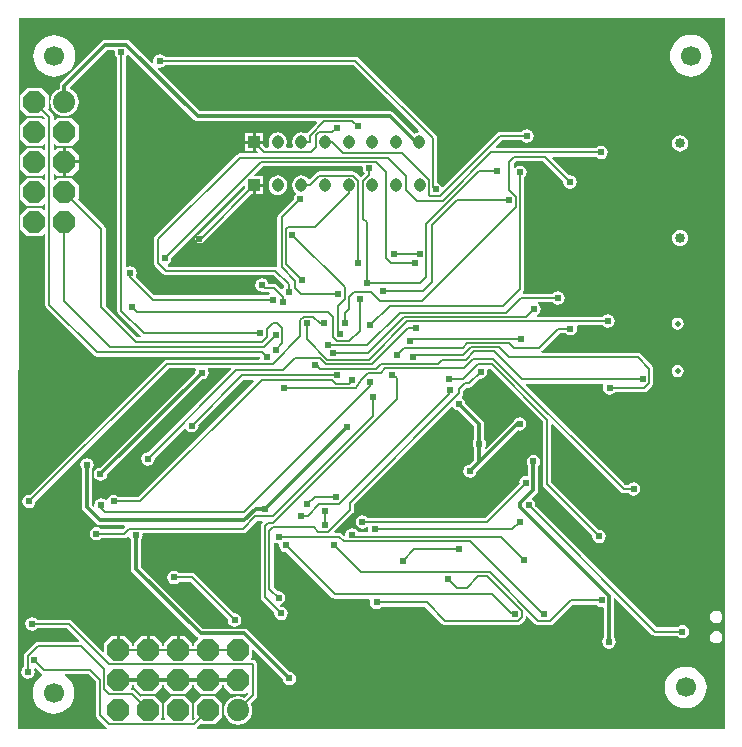
<source format=gbl>
G04*
G04 #@! TF.GenerationSoftware,Altium Limited,Altium Designer,20.2.6 (244)*
G04*
G04 Layer_Physical_Order=2*
G04 Layer_Color=16711680*
%FSLAX24Y24*%
%MOIN*%
G70*
G04*
G04 #@! TF.SameCoordinates,51859F98-D9B2-4489-9200-0AB67A10A6FC*
G04*
G04*
G04 #@! TF.FilePolarity,Positive*
G04*
G01*
G75*
%ADD15C,0.0080*%
%ADD95C,0.0197*%
%ADD96C,0.0240*%
%ADD97C,0.0120*%
%ADD98O,0.0400X0.0450*%
%ADD99R,0.0400X0.0400*%
%ADD100C,0.0740*%
%ADD101P,0.0801X8X292.5*%
%ADD102P,0.0801X8X202.5*%
%ADD103C,0.0335*%
%ADD104C,0.0669*%
G36*
X31773Y34155D02*
X31752Y34105D01*
X31694Y34097D01*
X31621Y34067D01*
X31611Y34060D01*
X30915Y34755D01*
X30862Y34791D01*
X30800Y34803D01*
X24448D01*
X23028Y36222D01*
X23030Y36233D01*
X23086Y36272D01*
X23120Y36266D01*
X23206Y36283D01*
X23279Y36331D01*
X23289Y36347D01*
X29581D01*
X31773Y34155D01*
D02*
G37*
G36*
X24265Y34525D02*
X24318Y34489D01*
X24380Y34477D01*
X28334D01*
X28353Y34431D01*
X28009Y34086D01*
X27997Y34069D01*
X27986Y34067D01*
X27914Y34097D01*
X27835Y34108D01*
X27757Y34097D01*
X27684Y34067D01*
X27621Y34019D01*
X27573Y33956D01*
X27543Y33883D01*
X27533Y33805D01*
Y33755D01*
X27543Y33677D01*
X27557Y33643D01*
X27524Y33593D01*
X27359D01*
X27326Y33643D01*
X27340Y33677D01*
X27350Y33755D01*
Y33805D01*
X27340Y33883D01*
X27310Y33956D01*
X27262Y34019D01*
X27199Y34067D01*
X27126Y34097D01*
X27048Y34108D01*
X26969Y34097D01*
X26897Y34067D01*
X26834Y34019D01*
X26786Y33956D01*
X26756Y33883D01*
X26745Y33805D01*
Y33755D01*
X26756Y33677D01*
X26770Y33643D01*
X26736Y33593D01*
X26650D01*
X26560Y33682D01*
Y33730D01*
X26310D01*
Y33480D01*
X26355D01*
X26381Y33448D01*
X26361Y33403D01*
X25780D01*
X25780Y33403D01*
X25725Y33392D01*
X25679Y33361D01*
X25679Y33361D01*
X22959Y30641D01*
X22928Y30595D01*
X22917Y30540D01*
X22917Y30540D01*
Y29760D01*
X22917Y29760D01*
X22928Y29705D01*
X22959Y29659D01*
X23239Y29379D01*
X23239Y29379D01*
X23285Y29348D01*
X23340Y29337D01*
X23340Y29337D01*
X26911D01*
X27251Y28997D01*
X27251Y28943D01*
X27218Y28893D01*
X27158Y28882D01*
X27025Y29015D01*
X26979Y29046D01*
X26924Y29057D01*
X26924Y29057D01*
X26745D01*
X26737Y29096D01*
X26689Y29169D01*
X26616Y29217D01*
X26530Y29234D01*
X26444Y29217D01*
X26371Y29169D01*
X26323Y29096D01*
X26306Y29010D01*
X26323Y28924D01*
X26371Y28851D01*
X26444Y28803D01*
X26530Y28786D01*
X26558Y28791D01*
X26571Y28783D01*
X26625Y28772D01*
X26625Y28772D01*
X26766D01*
X26781Y28722D01*
X26731Y28689D01*
X26721Y28673D01*
X22939D01*
X22313Y29298D01*
X22337Y29334D01*
X22354Y29420D01*
X22337Y29506D01*
X22289Y29579D01*
X22216Y29627D01*
X22130Y29644D01*
X22044Y29627D01*
X22027Y29616D01*
X21983Y29639D01*
Y36611D01*
X21999Y36621D01*
X22038Y36680D01*
X22094Y36695D01*
X24265Y34525D01*
D02*
G37*
G36*
X18470Y37930D02*
X41950D01*
Y14250D01*
X41933Y14210D01*
X24363D01*
X24347Y14260D01*
X24361Y14269D01*
X24478Y14387D01*
X24495Y14370D01*
X24965D01*
X25200Y14605D01*
Y15075D01*
X24965Y15310D01*
X24495D01*
X24260Y15075D01*
Y14605D01*
X24277Y14588D01*
X24219Y14531D01*
X24200Y14534D01*
X24182Y14587D01*
X24200Y14605D01*
Y15075D01*
X23965Y15310D01*
X23495D01*
X23260Y15075D01*
Y14605D01*
X23306Y14559D01*
X23287Y14513D01*
X23173D01*
X23154Y14559D01*
X23200Y14605D01*
Y15075D01*
X22965Y15310D01*
X22495D01*
X22478Y15293D01*
X22301Y15471D01*
X22255Y15502D01*
X22200Y15513D01*
X22200Y15513D01*
X22173D01*
X22154Y15559D01*
X22200Y15605D01*
Y15677D01*
X22260D01*
Y15605D01*
X22495Y15370D01*
X22965D01*
X23200Y15605D01*
Y15677D01*
X23260D01*
Y15605D01*
X23495Y15370D01*
X23965D01*
X24200Y15605D01*
Y15677D01*
X24260D01*
Y15605D01*
X24495Y15370D01*
X24965D01*
X25200Y15605D01*
Y15677D01*
X25260D01*
Y15605D01*
X25495Y15370D01*
X25965D01*
X26013Y15418D01*
X26066Y15400D01*
X26069Y15381D01*
X25947Y15259D01*
X25853Y15298D01*
X25730Y15314D01*
X25607Y15298D01*
X25493Y15251D01*
X25395Y15175D01*
X25319Y15077D01*
X25272Y14963D01*
X25256Y14840D01*
X25272Y14717D01*
X25319Y14603D01*
X25395Y14505D01*
X25493Y14429D01*
X25607Y14382D01*
X25730Y14366D01*
X25853Y14382D01*
X25967Y14429D01*
X26065Y14505D01*
X26141Y14603D01*
X26188Y14717D01*
X26204Y14840D01*
X26188Y14963D01*
X26149Y15057D01*
X26331Y15239D01*
X26331Y15239D01*
X26362Y15285D01*
X26373Y15340D01*
X26373Y15340D01*
Y16350D01*
X26362Y16405D01*
X26331Y16451D01*
X26331Y16451D01*
X26311Y16471D01*
X26265Y16502D01*
X26210Y16513D01*
X26210Y16513D01*
X26173D01*
X26154Y16559D01*
X26200Y16605D01*
Y16844D01*
X26246Y16863D01*
X27217Y15892D01*
X27233Y15814D01*
X27281Y15741D01*
X27354Y15693D01*
X27440Y15676D01*
X27526Y15693D01*
X27599Y15741D01*
X27647Y15814D01*
X27664Y15900D01*
X27647Y15986D01*
X27599Y16059D01*
X27526Y16107D01*
X27448Y16123D01*
X26055Y17515D01*
X26002Y17551D01*
X25940Y17563D01*
X24548D01*
X22483Y19628D01*
Y20518D01*
X22527Y20584D01*
X22544Y20670D01*
X22535Y20717D01*
X22567Y20755D01*
X25888D01*
X25888Y20755D01*
X25943Y20766D01*
X25989Y20797D01*
X26354Y21162D01*
X26535D01*
X26554Y21116D01*
X26529Y21091D01*
X26498Y21045D01*
X26487Y20990D01*
X26487Y20990D01*
Y18603D01*
X26487Y18603D01*
X26498Y18548D01*
X26529Y18502D01*
X26939Y18092D01*
X26936Y18073D01*
X26953Y17987D01*
X27001Y17914D01*
X27074Y17866D01*
X27160Y17849D01*
X27246Y17866D01*
X27319Y17914D01*
X27367Y17987D01*
X27384Y18073D01*
X27367Y18159D01*
X27319Y18232D01*
X27246Y18280D01*
X27160Y18297D01*
X27158Y18297D01*
X27130Y18326D01*
X27146Y18376D01*
X27166Y18380D01*
X27239Y18428D01*
X27287Y18501D01*
X27304Y18587D01*
X27287Y18673D01*
X27239Y18746D01*
X27166Y18794D01*
X27080Y18811D01*
X27061Y18807D01*
X26913Y18956D01*
Y20413D01*
X26963Y20440D01*
X27007Y20410D01*
X27057Y20400D01*
X27097Y20347D01*
X27096Y20340D01*
X27113Y20254D01*
X27161Y20181D01*
X27234Y20133D01*
X27320Y20116D01*
X27339Y20119D01*
X28859Y18599D01*
X28859Y18599D01*
X28905Y18568D01*
X28960Y18557D01*
X30102D01*
X30133Y18507D01*
X30119Y18440D01*
X30136Y18354D01*
X30185Y18281D01*
X30258Y18233D01*
X30344Y18216D01*
X30430Y18233D01*
X30502Y18281D01*
X30513Y18297D01*
X31971D01*
X32539Y17729D01*
X32539Y17729D01*
X32585Y17698D01*
X32640Y17687D01*
X35051D01*
X35051Y17687D01*
X35106Y17698D01*
X35152Y17729D01*
X35281Y17858D01*
X35281Y17858D01*
X35312Y17904D01*
X35323Y17959D01*
Y17980D01*
X35369Y17999D01*
X35639Y17729D01*
X35639Y17729D01*
X35685Y17698D01*
X35740Y17687D01*
X35740Y17687D01*
X36140D01*
X36140Y17687D01*
X36195Y17698D01*
X36241Y17729D01*
X36869Y18357D01*
X37681D01*
X37691Y18341D01*
X37764Y18293D01*
X37850Y18276D01*
X37888Y18283D01*
X37927Y18252D01*
Y17272D01*
X37883Y17206D01*
X37866Y17120D01*
X37883Y17034D01*
X37931Y16961D01*
X38004Y16913D01*
X38090Y16896D01*
X38176Y16913D01*
X38249Y16961D01*
X38297Y17034D01*
X38314Y17120D01*
X38297Y17206D01*
X38253Y17272D01*
Y18570D01*
X38299Y18589D01*
X39523Y17365D01*
X39523Y17365D01*
X39569Y17334D01*
X39624Y17323D01*
X39624Y17323D01*
X40371D01*
X40381Y17308D01*
X40454Y17259D01*
X40540Y17242D01*
X40626Y17259D01*
X40699Y17308D01*
X40747Y17380D01*
X40764Y17466D01*
X40747Y17552D01*
X40699Y17625D01*
X40626Y17673D01*
X40540Y17691D01*
X40454Y17673D01*
X40381Y17625D01*
X40371Y17609D01*
X39683D01*
X35631Y21661D01*
X35634Y21680D01*
X35617Y21766D01*
X35569Y21839D01*
X35530Y21865D01*
X35525Y21914D01*
X35685Y22075D01*
X35721Y22128D01*
X35733Y22190D01*
Y22988D01*
X35777Y23054D01*
X35794Y23140D01*
X35777Y23226D01*
X35729Y23299D01*
X35656Y23347D01*
X35570Y23364D01*
X35484Y23347D01*
X35411Y23299D01*
X35363Y23226D01*
X35346Y23140D01*
X35363Y23054D01*
X35407Y22988D01*
Y22678D01*
X35368Y22647D01*
X35330Y22654D01*
X35244Y22637D01*
X35171Y22589D01*
X35123Y22516D01*
X35106Y22430D01*
X35109Y22411D01*
X33961Y21263D01*
X30037D01*
X30027Y21279D01*
X29954Y21327D01*
X29868Y21344D01*
X29782Y21327D01*
X29710Y21279D01*
X29661Y21206D01*
X29644Y21120D01*
X29661Y21034D01*
X29710Y20961D01*
X29782Y20913D01*
X29868Y20896D01*
X29954Y20913D01*
X30013Y20952D01*
X30061Y20935D01*
X30065Y20927D01*
X30056Y20880D01*
X30067Y20824D01*
X30030Y20774D01*
X29736D01*
X29736Y20776D01*
X29687Y20849D01*
X29614Y20897D01*
X29528Y20914D01*
X29443Y20897D01*
X29370Y20849D01*
X29321Y20776D01*
X29304Y20690D01*
X29306Y20681D01*
X29260Y20657D01*
X29198Y20718D01*
X29152Y20749D01*
X29097Y20760D01*
X29097Y20760D01*
X28959D01*
X28940Y20806D01*
X29552Y21418D01*
X29552Y21418D01*
X29582Y21464D01*
X29593Y21519D01*
X29593Y21519D01*
Y21705D01*
X32832Y24943D01*
X32896Y24937D01*
X32920Y24901D01*
X32993Y24853D01*
X33071Y24837D01*
X33607Y24301D01*
Y23882D01*
X33563Y23816D01*
X33546Y23730D01*
X33563Y23644D01*
X33607Y23578D01*
Y23188D01*
X33452Y23033D01*
X33374Y23017D01*
X33301Y22969D01*
X33253Y22896D01*
X33236Y22810D01*
X33253Y22724D01*
X33301Y22651D01*
X33374Y22603D01*
X33460Y22586D01*
X33546Y22603D01*
X33619Y22651D01*
X33667Y22724D01*
X33683Y22802D01*
X33885Y23005D01*
X35057Y24176D01*
X35110Y24166D01*
X35196Y24183D01*
X35269Y24231D01*
X35317Y24304D01*
X35334Y24390D01*
X35317Y24476D01*
X35269Y24549D01*
X35196Y24597D01*
X35110Y24614D01*
X35024Y24597D01*
X34951Y24549D01*
X34918Y24499D01*
X33985Y23566D01*
X33946Y23597D01*
X33977Y23644D01*
X33994Y23730D01*
X33977Y23816D01*
X33933Y23882D01*
Y24369D01*
X33921Y24431D01*
X33885Y24484D01*
X33302Y25068D01*
X33286Y25146D01*
X33237Y25219D01*
X33202Y25242D01*
X33196Y25307D01*
X33198Y25309D01*
X33198Y25309D01*
X33229Y25356D01*
X33240Y25410D01*
X33240Y25410D01*
Y25493D01*
X33339Y25592D01*
X33422D01*
X33422Y25592D01*
X33477Y25603D01*
X33523Y25634D01*
X33791Y25903D01*
X33810Y25899D01*
X33896Y25916D01*
X33969Y25965D01*
X34017Y26037D01*
X34034Y26123D01*
X34024Y26177D01*
X34061Y26227D01*
X34131D01*
X35887Y24471D01*
Y22370D01*
X35887Y22370D01*
X35898Y22315D01*
X35929Y22269D01*
X37539Y20659D01*
X37536Y20640D01*
X37553Y20554D01*
X37601Y20481D01*
X37674Y20433D01*
X37760Y20416D01*
X37846Y20433D01*
X37919Y20481D01*
X37967Y20554D01*
X37984Y20640D01*
X37967Y20726D01*
X37919Y20799D01*
X37846Y20847D01*
X37760Y20864D01*
X37741Y20861D01*
X36173Y22429D01*
Y24360D01*
X36219Y24379D01*
X38479Y22119D01*
X38479Y22119D01*
X38525Y22088D01*
X38580Y22077D01*
X38580Y22077D01*
X38741D01*
X38751Y22061D01*
X38824Y22013D01*
X38910Y21996D01*
X38996Y22013D01*
X39069Y22061D01*
X39117Y22134D01*
X39134Y22220D01*
X39117Y22306D01*
X39069Y22379D01*
X38996Y22427D01*
X38910Y22444D01*
X38824Y22427D01*
X38751Y22379D01*
X38741Y22363D01*
X38639D01*
X35321Y25681D01*
X35340Y25727D01*
X37884D01*
X37908Y25683D01*
X37903Y25676D01*
X37886Y25590D01*
X37903Y25504D01*
X37951Y25431D01*
X38024Y25383D01*
X38110Y25366D01*
X38196Y25383D01*
X38269Y25431D01*
X38279Y25447D01*
X39260D01*
X39260Y25447D01*
X39315Y25458D01*
X39361Y25489D01*
X39531Y25659D01*
X39531Y25659D01*
X39562Y25705D01*
X39573Y25760D01*
Y26230D01*
X39573Y26230D01*
X39562Y26285D01*
X39531Y26331D01*
X39531Y26331D01*
X39151Y26711D01*
X39105Y26742D01*
X39050Y26753D01*
X39050Y26753D01*
X35852D01*
X35837Y26803D01*
X35861Y26819D01*
X36459Y27417D01*
X36638D01*
X36649Y27401D01*
X36721Y27353D01*
X36807Y27336D01*
X36893Y27353D01*
X36966Y27401D01*
X37014Y27474D01*
X37032Y27560D01*
X37020Y27617D01*
X37056Y27667D01*
X37881D01*
X37891Y27651D01*
X37964Y27603D01*
X38050Y27586D01*
X38136Y27603D01*
X38209Y27651D01*
X38257Y27724D01*
X38274Y27810D01*
X38257Y27896D01*
X38209Y27969D01*
X38136Y28017D01*
X38050Y28034D01*
X37964Y28017D01*
X37891Y27969D01*
X37881Y27953D01*
X35681D01*
X35676Y28003D01*
X35676Y28003D01*
X35749Y28051D01*
X35797Y28124D01*
X35814Y28210D01*
X35797Y28296D01*
X35749Y28369D01*
X35721Y28387D01*
X35736Y28437D01*
X36216D01*
X36227Y28421D01*
X36300Y28373D01*
X36386Y28356D01*
X36471Y28373D01*
X36544Y28421D01*
X36593Y28494D01*
X36610Y28580D01*
X36593Y28666D01*
X36544Y28739D01*
X36471Y28787D01*
X36386Y28804D01*
X36300Y28787D01*
X36227Y28739D01*
X36216Y28723D01*
X35230D01*
X35211Y28769D01*
X35231Y28789D01*
X35231Y28789D01*
X35262Y28835D01*
X35273Y28890D01*
X35273Y28890D01*
Y32601D01*
X35289Y32611D01*
X35337Y32684D01*
X35354Y32770D01*
X35337Y32856D01*
X35289Y32929D01*
X35216Y32977D01*
X35130Y32994D01*
X35044Y32977D01*
X34971Y32929D01*
X34963Y32916D01*
X34913Y32931D01*
Y33061D01*
X34989Y33137D01*
X35901D01*
X36569Y32469D01*
X36566Y32450D01*
X36583Y32364D01*
X36631Y32291D01*
X36704Y32243D01*
X36790Y32226D01*
X36876Y32243D01*
X36949Y32291D01*
X36997Y32364D01*
X37014Y32450D01*
X36997Y32536D01*
X36949Y32609D01*
X36876Y32657D01*
X36790Y32674D01*
X36771Y32671D01*
X36191Y33251D01*
X36210Y33297D01*
X37661D01*
X37671Y33281D01*
X37744Y33233D01*
X37830Y33216D01*
X37916Y33233D01*
X37989Y33281D01*
X38037Y33354D01*
X38054Y33440D01*
X38037Y33526D01*
X37989Y33599D01*
X37916Y33647D01*
X37830Y33664D01*
X37744Y33647D01*
X37671Y33599D01*
X37661Y33583D01*
X34340D01*
X34320Y33629D01*
X34529Y33837D01*
X35181D01*
X35191Y33821D01*
X35264Y33773D01*
X35350Y33756D01*
X35436Y33773D01*
X35509Y33821D01*
X35557Y33894D01*
X35574Y33980D01*
X35557Y34066D01*
X35509Y34139D01*
X35436Y34187D01*
X35350Y34204D01*
X35264Y34187D01*
X35191Y34139D01*
X35181Y34123D01*
X34470D01*
X34470Y34123D01*
X34415Y34112D01*
X34369Y34081D01*
X34369Y34081D01*
X32566Y32278D01*
X32511Y32294D01*
X32469Y32359D01*
X32396Y32407D01*
X32360Y32414D01*
Y33913D01*
X32360Y33913D01*
X32349Y33967D01*
X32318Y34014D01*
X29741Y36591D01*
X29695Y36622D01*
X29640Y36633D01*
X29640Y36633D01*
X23289D01*
X23279Y36649D01*
X23206Y36697D01*
X23120Y36714D01*
X23034Y36697D01*
X22961Y36649D01*
X22913Y36576D01*
X22896Y36490D01*
X22902Y36456D01*
X22863Y36400D01*
X22852Y36398D01*
X22115Y37135D01*
X22062Y37171D01*
X22000Y37183D01*
X21300D01*
X21238Y37171D01*
X21185Y37135D01*
X19825Y35775D01*
X19789Y35722D01*
X19777Y35660D01*
Y35561D01*
X19703Y35531D01*
X19605Y35455D01*
X19529Y35357D01*
X19482Y35243D01*
X19466Y35120D01*
X19482Y34997D01*
X19529Y34883D01*
X19605Y34785D01*
X19703Y34709D01*
X19817Y34662D01*
X19940Y34646D01*
X20063Y34662D01*
X20177Y34709D01*
X20275Y34785D01*
X20351Y34883D01*
X20398Y34997D01*
X20414Y35120D01*
X20398Y35243D01*
X20351Y35357D01*
X20275Y35455D01*
X20177Y35531D01*
X20126Y35552D01*
X20118Y35607D01*
X21368Y36857D01*
X21592D01*
X21623Y36818D01*
X21616Y36780D01*
X21633Y36694D01*
X21681Y36621D01*
X21697Y36611D01*
Y28160D01*
X21697Y28160D01*
X21708Y28105D01*
X21739Y28059D01*
X22475Y27323D01*
X22474Y27307D01*
X22458Y27273D01*
X22369D01*
X21313Y28329D01*
Y30890D01*
X21313Y30890D01*
X21302Y30945D01*
X21271Y30991D01*
X21271Y30991D01*
X20393Y31868D01*
X20410Y31885D01*
Y32355D01*
X20175Y32590D01*
X19705D01*
X19629Y32514D01*
X19583Y32533D01*
Y32707D01*
X19629Y32726D01*
X19705Y32650D01*
X19890D01*
Y33120D01*
Y33590D01*
X19705D01*
X19629Y33514D01*
X19583Y33533D01*
Y33707D01*
X19629Y33726D01*
X19705Y33650D01*
X20175D01*
X20410Y33885D01*
Y34355D01*
X20175Y34590D01*
X19705D01*
X19629Y34514D01*
X19583Y34533D01*
Y34620D01*
X19583Y34620D01*
X19572Y34675D01*
X19541Y34721D01*
X19541Y34721D01*
X19393Y34868D01*
X19410Y34885D01*
Y35355D01*
X19175Y35590D01*
X18705D01*
X18470Y35355D01*
Y34885D01*
X18705Y34650D01*
X19175D01*
X19192Y34667D01*
X19279Y34579D01*
X19276Y34560D01*
X19223Y34542D01*
X19175Y34590D01*
X18705D01*
X18470Y34355D01*
Y33885D01*
X18705Y33650D01*
X19175D01*
X19251Y33726D01*
X19297Y33707D01*
Y33533D01*
X19251Y33514D01*
X19175Y33590D01*
X18705D01*
X18470Y33355D01*
Y32885D01*
X18705Y32650D01*
X19175D01*
X19251Y32726D01*
X19297Y32707D01*
Y32533D01*
X19251Y32514D01*
X19175Y32590D01*
X18705D01*
X18470Y32355D01*
Y31885D01*
X18705Y31650D01*
X19175D01*
X19251Y31726D01*
X19297Y31707D01*
Y31533D01*
X19251Y31514D01*
X19175Y31590D01*
X18705D01*
X18470Y31355D01*
Y30885D01*
X18705Y30650D01*
X19175D01*
X19251Y30726D01*
X19297Y30707D01*
Y28350D01*
X19297Y28350D01*
X19308Y28295D01*
X19339Y28249D01*
X20919Y26669D01*
X20919Y26669D01*
X20965Y26638D01*
X21020Y26627D01*
X26446D01*
X26460Y26610D01*
X26468Y26571D01*
X26436Y26533D01*
X23350D01*
X23295Y26522D01*
X23249Y26491D01*
X23249Y26491D01*
X18779Y22021D01*
X18760Y22024D01*
X18674Y22007D01*
X18601Y21959D01*
X18553Y21886D01*
X18536Y21800D01*
X18553Y21714D01*
X18601Y21641D01*
X18674Y21593D01*
X18760Y21576D01*
X18846Y21593D01*
X18919Y21641D01*
X18967Y21714D01*
X18984Y21800D01*
X18981Y21819D01*
X23409Y26247D01*
X24307D01*
X24331Y26203D01*
X24313Y26176D01*
X24297Y26098D01*
X21132Y22933D01*
X21055Y22918D01*
X20982Y22869D01*
X20933Y22796D01*
X20916Y22710D01*
X20933Y22625D01*
X20982Y22552D01*
X21055Y22503D01*
X21140Y22486D01*
X21226Y22503D01*
X21299Y22552D01*
X21348Y22625D01*
X21363Y22702D01*
X24528Y25867D01*
X24606Y25883D01*
X24679Y25931D01*
X24727Y26004D01*
X24744Y26090D01*
X24727Y26176D01*
X24709Y26203D01*
X24733Y26247D01*
X25480D01*
X25499Y26201D01*
X22739Y23441D01*
X22720Y23444D01*
X22634Y23427D01*
X22561Y23379D01*
X22513Y23306D01*
X22496Y23220D01*
X22513Y23134D01*
X22561Y23061D01*
X22634Y23013D01*
X22720Y22996D01*
X22806Y23013D01*
X22879Y23061D01*
X22927Y23134D01*
X22944Y23220D01*
X22941Y23239D01*
X23933Y24231D01*
X23992Y24219D01*
X24027Y24167D01*
X24100Y24118D01*
X24186Y24101D01*
X24272Y24118D01*
X24344Y24167D01*
X24393Y24240D01*
X24410Y24326D01*
X24406Y24344D01*
X25919Y25857D01*
X26240D01*
X26259Y25811D01*
X22391Y21943D01*
X21749D01*
X21739Y21959D01*
X21666Y22007D01*
X21580Y22024D01*
X21494Y22007D01*
X21421Y21959D01*
X21373Y21886D01*
X21367Y21856D01*
X21341Y21847D01*
X21313Y21842D01*
X21246Y21887D01*
X21160Y21904D01*
X21074Y21887D01*
X21001Y21839D01*
X20953Y21766D01*
X20936Y21680D01*
X20942Y21650D01*
X20896Y21625D01*
X20853Y21668D01*
Y22868D01*
X20897Y22934D01*
X20914Y23020D01*
X20897Y23106D01*
X20849Y23179D01*
X20776Y23227D01*
X20690Y23244D01*
X20604Y23227D01*
X20531Y23179D01*
X20483Y23106D01*
X20466Y23020D01*
X20483Y22934D01*
X20527Y22868D01*
Y21600D01*
X20539Y21538D01*
X20575Y21485D01*
X21005Y21055D01*
X21058Y21019D01*
X21120Y21007D01*
X21938D01*
X21959Y20957D01*
X21874Y20873D01*
X21169D01*
X21159Y20889D01*
X21086Y20937D01*
X21000Y20954D01*
X20914Y20937D01*
X20841Y20889D01*
X20793Y20816D01*
X20776Y20730D01*
X20793Y20644D01*
X20841Y20571D01*
X20914Y20523D01*
X21000Y20506D01*
X21086Y20523D01*
X21159Y20571D01*
X21169Y20587D01*
X21934D01*
X21934Y20587D01*
X21988Y20598D01*
X22035Y20629D01*
X22050Y20644D01*
X22104Y20628D01*
X22113Y20584D01*
X22157Y20518D01*
Y19560D01*
X22169Y19498D01*
X22205Y19445D01*
X24365Y17285D01*
X24385Y17271D01*
X24392Y17207D01*
X24260Y17075D01*
Y16983D01*
X24200D01*
Y17075D01*
X23965Y17310D01*
X23780D01*
Y16840D01*
X23680D01*
Y17310D01*
X23495D01*
X23260Y17075D01*
Y16983D01*
X23200D01*
Y17075D01*
X22965Y17310D01*
X22780D01*
Y16840D01*
X22680D01*
Y17310D01*
X22495D01*
X22260Y17075D01*
Y16983D01*
X22200D01*
Y17075D01*
X21965Y17310D01*
X21780D01*
Y16840D01*
X21680D01*
Y17310D01*
X21495D01*
X21260Y17075D01*
Y16817D01*
X21214Y16798D01*
X20191Y17821D01*
X20145Y17852D01*
X20090Y17863D01*
X20090Y17863D01*
X19029D01*
X19019Y17879D01*
X18946Y17927D01*
X18860Y17944D01*
X18774Y17927D01*
X18701Y17879D01*
X18653Y17806D01*
X18636Y17720D01*
X18653Y17634D01*
X18701Y17561D01*
X18774Y17513D01*
X18860Y17496D01*
X18946Y17513D01*
X19019Y17561D01*
X19029Y17577D01*
X20031D01*
X20429Y17179D01*
X20410Y17133D01*
X19070D01*
X19070Y17133D01*
X19015Y17122D01*
X18969Y17091D01*
X18969Y17091D01*
X18619Y16741D01*
X18588Y16695D01*
X18577Y16640D01*
X18577Y16640D01*
Y16279D01*
X18561Y16269D01*
X18513Y16196D01*
X18496Y16110D01*
X18513Y16024D01*
X18561Y15951D01*
X18634Y15903D01*
X18720Y15886D01*
X18806Y15903D01*
X18879Y15951D01*
X18927Y16024D01*
X18944Y16110D01*
X18927Y16196D01*
X18920Y16207D01*
X18946Y16258D01*
X18977Y16261D01*
X19159Y16079D01*
X19159Y16079D01*
X19198Y16053D01*
X19203Y16021D01*
X19201Y15998D01*
X19189Y15992D01*
X19084Y15906D01*
X18998Y15801D01*
X18934Y15681D01*
X18894Y15550D01*
X18881Y15415D01*
X18894Y15280D01*
X18934Y15149D01*
X18998Y15029D01*
X19084Y14924D01*
X19189Y14838D01*
X19309Y14774D01*
X19440Y14734D01*
X19575Y14721D01*
X19710Y14734D01*
X19841Y14774D01*
X19961Y14838D01*
X20066Y14924D01*
X20152Y15029D01*
X20216Y15149D01*
X20256Y15280D01*
X20269Y15415D01*
X20256Y15550D01*
X20216Y15681D01*
X20152Y15801D01*
X20066Y15906D01*
X19966Y15987D01*
X19970Y16028D01*
X19972Y16037D01*
X20741D01*
X20977Y15801D01*
Y14690D01*
X20977Y14690D01*
X20988Y14635D01*
X21019Y14589D01*
X21339Y14269D01*
X21339Y14269D01*
X21353Y14260D01*
X21337Y14210D01*
X18415D01*
X18380Y14245D01*
X18410Y37925D01*
X18456Y37944D01*
X18470Y37930D01*
D02*
G37*
G36*
X29883Y32939D02*
X29876Y32900D01*
X29893Y32814D01*
X29941Y32741D01*
X29942Y32734D01*
X29810Y32602D01*
X29646Y32766D01*
X29600Y32797D01*
X29545Y32808D01*
X29545Y32808D01*
X28435D01*
X28380Y32797D01*
X28334Y32766D01*
X28334Y32766D01*
X28121Y32553D01*
X28072Y32557D01*
X28054Y32579D01*
X27992Y32627D01*
X27919Y32657D01*
X27840Y32668D01*
X27762Y32657D01*
X27689Y32627D01*
X27626Y32579D01*
X27578Y32516D01*
X27548Y32443D01*
X27538Y32365D01*
Y32315D01*
X27548Y32237D01*
X27578Y32164D01*
X27626Y32101D01*
X27643Y32089D01*
X27641Y32049D01*
X27593Y31976D01*
X27576Y31890D01*
X27579Y31871D01*
X27079Y31371D01*
X27048Y31325D01*
X27037Y31270D01*
X27037Y31270D01*
Y29659D01*
X26987Y29619D01*
X26970Y29623D01*
X26970Y29623D01*
X23414D01*
X23382Y29659D01*
X23390Y29709D01*
X23439Y29741D01*
X23487Y29814D01*
X23504Y29900D01*
X23501Y29919D01*
X25919Y32338D01*
X25966Y32318D01*
Y32242D01*
X24423Y30699D01*
X24385Y30692D01*
X24339Y30661D01*
X24308Y30615D01*
X24297Y30560D01*
X24308Y30505D01*
X24339Y30459D01*
X24385Y30428D01*
X24440Y30417D01*
X24486D01*
X24486Y30417D01*
X24540Y30428D01*
X24587Y30459D01*
X26167Y32040D01*
X26216D01*
Y32340D01*
X26266D01*
Y32390D01*
X26566D01*
Y32640D01*
X26287D01*
X26268Y32686D01*
X26559Y32977D01*
X29852D01*
X29883Y32939D01*
D02*
G37*
%LPC*%
G36*
X26560Y34080D02*
X26310D01*
Y33830D01*
X26560D01*
Y34080D01*
D02*
G37*
G36*
X26210D02*
X25960D01*
Y33830D01*
X26210D01*
Y34080D01*
D02*
G37*
G36*
Y33730D02*
X25960D01*
Y33480D01*
X26210D01*
Y33730D01*
D02*
G37*
G36*
X40820Y37354D02*
X40685Y37341D01*
X40554Y37301D01*
X40434Y37237D01*
X40329Y37151D01*
X40243Y37046D01*
X40179Y36926D01*
X40139Y36795D01*
X40126Y36660D01*
X40139Y36525D01*
X40179Y36394D01*
X40243Y36274D01*
X40329Y36169D01*
X40434Y36083D01*
X40554Y36019D01*
X40685Y35979D01*
X40820Y35966D01*
X40955Y35979D01*
X41086Y36019D01*
X41206Y36083D01*
X41311Y36169D01*
X41397Y36274D01*
X41461Y36394D01*
X41501Y36525D01*
X41514Y36660D01*
X41501Y36795D01*
X41461Y36926D01*
X41397Y37046D01*
X41311Y37151D01*
X41206Y37237D01*
X41086Y37301D01*
X40955Y37341D01*
X40820Y37354D01*
D02*
G37*
G36*
X19600Y37344D02*
X19465Y37331D01*
X19334Y37291D01*
X19214Y37227D01*
X19109Y37141D01*
X19023Y37036D01*
X18959Y36916D01*
X18919Y36785D01*
X18906Y36650D01*
X18919Y36515D01*
X18959Y36384D01*
X19023Y36264D01*
X19109Y36159D01*
X19214Y36073D01*
X19334Y36009D01*
X19465Y35969D01*
X19600Y35956D01*
X19735Y35969D01*
X19866Y36009D01*
X19986Y36073D01*
X20091Y36159D01*
X20177Y36264D01*
X20241Y36384D01*
X20281Y36515D01*
X20294Y36650D01*
X20281Y36785D01*
X20241Y36916D01*
X20177Y37036D01*
X20091Y37141D01*
X19986Y37227D01*
X19866Y37291D01*
X19735Y37331D01*
X19600Y37344D01*
D02*
G37*
G36*
X40467Y34004D02*
X40397Y33994D01*
X40332Y33967D01*
X40276Y33925D01*
X40233Y33869D01*
X40207Y33804D01*
X40197Y33734D01*
X40207Y33664D01*
X40233Y33599D01*
X40276Y33543D01*
X40332Y33500D01*
X40397Y33473D01*
X40467Y33464D01*
X40537Y33473D01*
X40602Y33500D01*
X40658Y33543D01*
X40701Y33599D01*
X40727Y33664D01*
X40737Y33734D01*
X40727Y33804D01*
X40701Y33869D01*
X40658Y33925D01*
X40602Y33967D01*
X40537Y33994D01*
X40467Y34004D01*
D02*
G37*
G36*
X20175Y33590D02*
X19990D01*
Y33170D01*
X20410D01*
Y33355D01*
X20175Y33590D01*
D02*
G37*
G36*
X20410Y33070D02*
X19990D01*
Y32650D01*
X20175D01*
X20410Y32885D01*
Y33070D01*
D02*
G37*
G36*
X40467Y30854D02*
X40397Y30845D01*
X40332Y30818D01*
X40276Y30775D01*
X40233Y30719D01*
X40207Y30654D01*
X40197Y30584D01*
X40207Y30515D01*
X40233Y30450D01*
X40276Y30394D01*
X40332Y30351D01*
X40397Y30324D01*
X40467Y30315D01*
X40537Y30324D01*
X40602Y30351D01*
X40658Y30394D01*
X40701Y30450D01*
X40727Y30515D01*
X40737Y30584D01*
X40727Y30654D01*
X40701Y30719D01*
X40658Y30775D01*
X40602Y30818D01*
X40537Y30845D01*
X40467Y30854D01*
D02*
G37*
G36*
X40377Y27933D02*
X40300Y27917D01*
X40234Y27874D01*
X40190Y27808D01*
X40175Y27731D01*
X40190Y27653D01*
X40234Y27587D01*
X40300Y27544D01*
X40377Y27528D01*
X40455Y27544D01*
X40520Y27587D01*
X40564Y27653D01*
X40579Y27731D01*
X40564Y27808D01*
X40520Y27874D01*
X40455Y27917D01*
X40377Y27933D01*
D02*
G37*
G36*
Y26353D02*
X40300Y26337D01*
X40234Y26294D01*
X40190Y26228D01*
X40175Y26151D01*
X40190Y26073D01*
X40234Y26007D01*
X40300Y25964D01*
X40377Y25948D01*
X40455Y25964D01*
X40520Y26007D01*
X40564Y26073D01*
X40579Y26151D01*
X40564Y26228D01*
X40520Y26294D01*
X40455Y26337D01*
X40377Y26353D01*
D02*
G37*
G36*
X41660Y18162D02*
X41579Y18146D01*
X41510Y18100D01*
X41464Y18031D01*
X41448Y17950D01*
X41464Y17869D01*
X41510Y17800D01*
X41579Y17754D01*
X41660Y17738D01*
X41741Y17754D01*
X41810Y17800D01*
X41856Y17869D01*
X41872Y17950D01*
X41856Y18031D01*
X41810Y18100D01*
X41741Y18146D01*
X41660Y18162D01*
D02*
G37*
G36*
X23590Y19494D02*
X23504Y19477D01*
X23431Y19429D01*
X23383Y19356D01*
X23366Y19270D01*
X23383Y19184D01*
X23431Y19111D01*
X23504Y19063D01*
X23590Y19046D01*
X23676Y19063D01*
X23749Y19111D01*
X23759Y19127D01*
X24131D01*
X25389Y17869D01*
X25386Y17850D01*
X25403Y17764D01*
X25451Y17691D01*
X25524Y17643D01*
X25610Y17626D01*
X25696Y17643D01*
X25769Y17691D01*
X25817Y17764D01*
X25834Y17850D01*
X25817Y17936D01*
X25769Y18009D01*
X25696Y18057D01*
X25610Y18074D01*
X25591Y18071D01*
X24291Y19371D01*
X24245Y19402D01*
X24190Y19413D01*
X24190Y19413D01*
X23759D01*
X23749Y19429D01*
X23676Y19477D01*
X23590Y19494D01*
D02*
G37*
G36*
X41660Y17493D02*
X41579Y17477D01*
X41510Y17431D01*
X41464Y17362D01*
X41448Y17281D01*
X41464Y17199D01*
X41510Y17131D01*
X41579Y17085D01*
X41660Y17068D01*
X41741Y17085D01*
X41810Y17131D01*
X41856Y17199D01*
X41872Y17281D01*
X41856Y17362D01*
X41810Y17431D01*
X41741Y17477D01*
X41660Y17493D01*
D02*
G37*
G36*
X40648Y16294D02*
X40513Y16281D01*
X40383Y16241D01*
X40263Y16177D01*
X40158Y16091D01*
X40071Y15986D01*
X40007Y15866D01*
X39968Y15735D01*
X39954Y15600D01*
X39968Y15465D01*
X40007Y15334D01*
X40071Y15214D01*
X40158Y15109D01*
X40263Y15023D01*
X40383Y14959D01*
X40513Y14919D01*
X40648Y14906D01*
X40784Y14919D01*
X40914Y14959D01*
X41034Y15023D01*
X41139Y15109D01*
X41225Y15214D01*
X41289Y15334D01*
X41329Y15465D01*
X41342Y15600D01*
X41329Y15735D01*
X41289Y15866D01*
X41225Y15986D01*
X41139Y16091D01*
X41034Y16177D01*
X40914Y16241D01*
X40784Y16281D01*
X40648Y16294D01*
D02*
G37*
G36*
X26566Y32290D02*
X26316D01*
Y32040D01*
X26566D01*
Y32290D01*
D02*
G37*
G36*
X27053Y32668D02*
X26975Y32657D01*
X26902Y32627D01*
X26839Y32579D01*
X26791Y32516D01*
X26761Y32443D01*
X26750Y32365D01*
Y32315D01*
X26761Y32237D01*
X26791Y32164D01*
X26839Y32101D01*
X26902Y32053D01*
X26975Y32023D01*
X27053Y32012D01*
X27131Y32023D01*
X27204Y32053D01*
X27267Y32101D01*
X27315Y32164D01*
X27345Y32237D01*
X27356Y32315D01*
Y32365D01*
X27345Y32443D01*
X27315Y32516D01*
X27267Y32579D01*
X27204Y32627D01*
X27131Y32657D01*
X27053Y32668D01*
D02*
G37*
%LPD*%
D15*
X26530Y29010D02*
X26625Y28915D01*
X22880Y28530D02*
X26890D01*
X26625Y28915D02*
X26924D01*
X32710Y19220D02*
X33010Y18920D01*
X33724Y19300D02*
X34021D01*
X33344Y18920D02*
X33724Y19300D01*
X33010Y18920D02*
X33344D01*
X34130Y19440D02*
X35740Y17830D01*
X29840Y19440D02*
X34130D01*
X28940Y20340D02*
X29840Y19440D01*
X34021Y19300D02*
X35180Y18141D01*
X28960Y18700D02*
X34200D01*
X27320Y20340D02*
X28960Y18700D01*
X34200D02*
X34819Y18081D01*
X30344Y18440D02*
X32030D01*
X34929Y18081D02*
X34960Y18050D01*
X34819Y18081D02*
X34929D01*
X35740Y17830D02*
X36140D01*
X35180Y17959D02*
Y18141D01*
X32640Y17830D02*
X35051D01*
X32030Y18440D02*
X32640Y17830D01*
X35051D02*
X35180Y17959D01*
X28433Y21709D02*
X29099D01*
X32759Y25507D02*
X32780Y25528D01*
X32759Y25369D02*
Y25507D01*
X29099Y21709D02*
X32759Y25369D01*
X28040Y21710D02*
X28280Y21950D01*
X29000D01*
X28865Y34105D02*
X29020Y34260D01*
X28428Y34105D02*
X28865D01*
X29540Y34480D02*
X29720Y34300D01*
X28605Y34480D02*
X29540D01*
X28110Y33985D02*
X28605Y34480D01*
X28323Y34000D02*
X28428Y34105D01*
X28323Y33613D02*
Y34000D01*
X28110Y33780D02*
Y33985D01*
X29720Y34300D02*
X29730D01*
X30815Y29760D02*
X31636D01*
X30655Y29920D02*
X30815Y29760D01*
X30655Y29920D02*
Y32790D01*
X30325Y33120D02*
X30655Y32790D01*
X26500Y33120D02*
X30325D01*
X23280Y29900D02*
X26500Y33120D01*
X35130Y28890D02*
Y32770D01*
X34560Y28320D02*
X35130Y28890D01*
X30789Y28320D02*
X34560D01*
X30140Y27671D02*
X30789Y28320D01*
X29415Y32080D02*
Y32340D01*
X28295Y30960D02*
X29415Y32080D01*
X27400Y30960D02*
X28295D01*
X27320Y30880D02*
X27400Y30960D01*
X27320Y29730D02*
Y30880D01*
Y29730D02*
X27860Y29190D01*
X34470Y33980D02*
X35350D01*
X32470Y31980D02*
X34470Y33980D01*
X32117Y31980D02*
X32470D01*
X32077Y32020D02*
X32117Y31980D01*
X32077Y32020D02*
Y32513D01*
X31190Y33400D02*
X32077Y32513D01*
X29240Y33400D02*
X31190D01*
X28860Y33780D02*
X29240Y33400D01*
X28623Y33780D02*
X28860D01*
X27835D02*
X28110D01*
X30100Y32690D02*
Y32900D01*
X29900Y32490D02*
X30100Y32690D01*
X29900Y31230D02*
Y32490D01*
Y31230D02*
X30010Y31120D01*
Y29070D02*
Y31120D01*
Y29070D02*
X31780D01*
X32000Y29290D01*
Y31052D01*
X33748Y32800D01*
X34370D01*
X28160Y33450D02*
X28323Y33613D01*
X26590Y33450D02*
X28160D01*
X26260Y33780D02*
X26590Y33450D01*
X24486Y30560D02*
X26266Y32340D01*
X24440Y30560D02*
X24486D01*
X35885Y18050D02*
X35920D01*
X33467Y20468D02*
X35885Y18050D01*
X29247Y20468D02*
X33467D01*
X29097Y20617D02*
X29247Y20468D01*
X27093Y20617D02*
X29097D01*
X34502Y20632D02*
X35267Y19866D01*
X29587Y20632D02*
X34502D01*
X29528Y20690D02*
X29587Y20632D01*
X28620Y21020D02*
Y21470D01*
X38580Y22220D02*
X38910D01*
X34240Y26560D02*
X38580Y22220D01*
X33558Y26560D02*
X34240D01*
X33248Y26250D02*
X33558Y26560D01*
X30640Y26250D02*
X33248D01*
X30480Y26090D02*
X30640Y26250D01*
X30070Y26090D02*
X30480D01*
X29840Y25860D02*
X30070Y26090D01*
X29670Y25590D02*
X29840Y25860D01*
X27266Y25590D02*
X29670D01*
X32217Y32293D02*
X32310Y32200D01*
X32217Y32293D02*
Y33913D01*
X29640Y36490D02*
X32217Y33913D01*
X23120Y36490D02*
X29640D01*
X21840Y28160D02*
Y36780D01*
Y28160D02*
X22580Y27420D01*
X26464D01*
X26924Y28915D02*
X27239Y28600D01*
Y28459D02*
Y28600D01*
X33022Y31850D02*
X34770D01*
X32180Y31007D02*
X33022Y31850D01*
X32180Y29110D02*
Y31007D01*
X31890Y28820D02*
X32180Y29110D01*
X30570Y28820D02*
X31890D01*
X35410Y21680D02*
X39624Y17466D01*
X40540D01*
X23590Y19270D02*
X24190D01*
X25610Y17850D01*
X24186Y24326D02*
X25860Y26000D01*
X29040D01*
X31560Y27230D02*
X35141D01*
X31470Y27140D02*
X31560Y27230D01*
X22720Y23220D02*
X25670Y26170D01*
X27220D01*
X27620Y26570D01*
X28460D01*
X28645Y26385D01*
X30175D01*
X31380Y27590D01*
X31653D01*
X21160Y21571D02*
Y21680D01*
Y21571D02*
X21280Y21451D01*
X25921D01*
X30120Y25650D01*
Y25780D01*
X21580Y21800D02*
X22450D01*
X26510Y25860D01*
X28850D01*
X28980Y25730D01*
X29410D01*
X29540Y25860D01*
X21000Y20730D02*
X21934D01*
X22102Y20898D01*
X25888D01*
X26295Y21305D01*
X26883D01*
X30240Y24662D01*
Y25280D01*
X28890Y26750D02*
X30061D01*
X31261Y27950D01*
X35330D01*
X35590Y28210D01*
X29290Y27760D02*
Y28080D01*
X29420Y28210D01*
Y28610D01*
X29580Y28770D01*
X30158D01*
X30448Y28480D01*
X31870D01*
X34990Y31600D01*
Y31960D01*
X34770Y32180D02*
X34990Y31960D01*
X34770Y32180D02*
Y33120D01*
X34930Y33280D01*
X35960D01*
X36790Y32450D01*
X28720Y27000D02*
X30032D01*
X31122Y28090D01*
X34670D01*
X35160Y28580D01*
X36386D01*
X34870Y20880D02*
X35110Y21120D01*
X30280Y20880D02*
X34870D01*
X19940Y32120D02*
X21170Y30890D01*
Y28270D02*
Y30890D01*
Y28270D02*
X22310Y27130D01*
X26540D01*
X26690Y27280D01*
Y27550D01*
X26880Y27740D01*
X27040D01*
X27200Y27580D01*
Y27070D02*
Y27580D01*
X26990Y26860D02*
X27200Y27070D01*
X26590Y26960D02*
X26980Y27350D01*
X21450Y26960D02*
X26590D01*
X19940Y28470D02*
X21450Y26960D01*
X19940Y28470D02*
Y31120D01*
X26524Y26770D02*
X26684Y26610D01*
X21020Y26770D02*
X26524D01*
X19440Y28350D02*
X21020Y26770D01*
X19440Y28350D02*
Y34620D01*
X18940Y35120D02*
X19440Y34620D01*
X22130Y29280D02*
Y29420D01*
Y29280D02*
X22880Y28530D01*
X36030Y22370D02*
X37760Y20640D01*
X36030Y22370D02*
Y24530D01*
X34190Y26370D02*
X36030Y24530D01*
X33720Y26370D02*
X34190D01*
X33225Y25875D02*
X33720Y26370D01*
X32760Y25875D02*
X33225D01*
X27410Y28784D02*
Y29040D01*
X26970Y29480D02*
X27410Y29040D01*
X23340Y29480D02*
X26970D01*
X23060Y29760D02*
X23340Y29480D01*
X23060Y29760D02*
Y30540D01*
X25780Y33260D01*
X30720D01*
X31340Y32640D01*
Y32170D02*
Y32640D01*
Y32170D02*
X31680Y31830D01*
X32548D01*
X34158Y33440D01*
X37830D01*
X31370Y27810D02*
X38050D01*
X30090Y26530D02*
X31370Y27810D01*
X28700Y26530D02*
X30090D01*
X28017Y27213D02*
X28700Y26530D01*
X28017Y27213D02*
Y27740D01*
X27540Y30690D02*
X29280Y28950D01*
Y28534D02*
Y28950D01*
X29066Y28320D02*
X29280Y28534D01*
X29066Y27454D02*
Y28320D01*
Y27454D02*
X29140Y27380D01*
X36810Y18500D02*
X37850D01*
X36140Y17830D02*
X36810Y18500D01*
X36400Y27560D02*
X36807D01*
X35760Y26920D02*
X36400Y27560D01*
X34933Y26920D02*
X35760D01*
X34770Y27083D02*
X34933Y26920D01*
X33373Y27083D02*
X34770D01*
X33210Y26920D02*
X33373Y27083D01*
X31250Y26920D02*
X33210D01*
X31010Y26680D02*
X31250Y26920D01*
X31600Y20200D02*
X33090D01*
X31220Y19820D02*
X31600Y20200D01*
X29868Y21120D02*
X34020D01*
X35330Y22430D01*
X18720Y16110D02*
Y16640D01*
X19070Y16990D01*
X20500D01*
X21260Y16230D01*
Y15550D02*
Y16230D01*
Y15550D02*
X21440Y15370D01*
X22200D01*
X22730Y14840D01*
X18860Y17720D02*
X20090D01*
X21440Y16370D01*
X26210D01*
X26230Y16350D01*
Y15340D02*
Y16350D01*
X25730Y14840D02*
X26230Y15340D01*
X27820Y21330D02*
X28054D01*
X28433Y21709D01*
X24260Y14370D02*
X24730Y14840D01*
X21440Y14370D02*
X24260D01*
X21120Y14690D02*
X21440Y14370D01*
X21120Y14690D02*
Y15860D01*
X20800Y16180D02*
X21120Y15860D01*
X19260Y16180D02*
X20800D01*
X18940Y16500D02*
X19260Y16180D01*
X28457Y27740D02*
X28600D01*
X28237Y27960D02*
X28457Y27740D01*
X27917Y27960D02*
X28237D01*
X27797Y27840D02*
X27917Y27960D01*
X27797Y27307D02*
Y27840D01*
X26880Y26390D02*
X27797Y27307D01*
X23350Y26390D02*
X26880D01*
X18760Y21800D02*
X23350Y26390D01*
X29790Y27490D02*
Y28550D01*
X29440Y27140D02*
X29790Y27490D01*
X29022Y27140D02*
X29440D01*
X28880Y27282D02*
X29022Y27140D01*
X28880Y27282D02*
Y27960D01*
X28740Y28100D02*
X28880Y27960D01*
X22360Y28100D02*
X28740D01*
X22179Y28281D02*
X22360Y28100D01*
X27840Y28730D02*
X29060D01*
X27638Y28932D02*
X27840Y28730D01*
X27638Y28932D02*
Y29147D01*
X27180Y29605D02*
X27638Y29147D01*
X27180Y29605D02*
Y31270D01*
X27800Y31890D01*
X30850Y26030D02*
X30900D01*
X31010Y25920D01*
Y25200D02*
Y25920D01*
X26890Y21080D02*
X31010Y25200D01*
X26720Y21080D02*
X26890D01*
X26630Y20990D02*
X26720Y21080D01*
X26630Y18603D02*
Y20990D01*
Y18603D02*
X27160Y18073D01*
X26770Y18897D02*
X27080Y18587D01*
X26770Y18897D02*
Y20830D01*
X26880Y20940D01*
X28253D01*
X28398Y20795D01*
X28727D01*
X29451Y21519D01*
Y21764D01*
X33097Y25410D01*
Y25552D01*
X33280Y25735D01*
X33422D01*
X33810Y26123D01*
X38110Y25590D02*
X39260D01*
X39430Y25760D01*
Y26230D01*
X39050Y26610D02*
X39430Y26230D01*
X34741Y26610D02*
X39050D01*
X34408Y26943D02*
X34741Y26610D01*
X33501Y26943D02*
X34408D01*
X33228Y26670D02*
X33501Y26943D01*
X31610Y26670D02*
X33228D01*
X31550Y26610D02*
X31610Y26670D01*
X28290Y26350D02*
X28350D01*
X28467Y26233D01*
X30333D01*
X30490Y26390D01*
X32393D01*
X32533Y26530D01*
X33330D01*
X33603Y26803D01*
X34246D01*
X35179Y25870D01*
X39210D01*
X30910Y30040D02*
X30920Y30050D01*
X31780D01*
X29730Y29755D02*
Y32480D01*
X29545Y32665D02*
X29730Y32480D01*
X28435Y32665D02*
X29545D01*
X28110Y32340D02*
X28435Y32665D01*
X27840Y32340D02*
X28110D01*
X24730Y16840D02*
X25730D01*
X23730D02*
X24730D01*
X22730D02*
X23730D01*
X21730D02*
X22730D01*
D95*
X40377Y26151D02*
D03*
Y27731D02*
D03*
D96*
X41470Y37500D02*
D03*
X40010Y34540D02*
D03*
X39160Y35270D02*
D03*
X38670Y35830D02*
D03*
X20000Y37610D02*
D03*
X25340Y35200D02*
D03*
X25250Y35880D02*
D03*
X24490Y35890D02*
D03*
X18670Y15620D02*
D03*
X20350Y14790D02*
D03*
X39290Y14940D02*
D03*
X39210Y16000D02*
D03*
X39160Y16830D02*
D03*
X40430Y32100D02*
D03*
X40500Y32770D02*
D03*
X38590Y32530D02*
D03*
X38630Y31650D02*
D03*
X38590Y30600D02*
D03*
X38600Y29710D02*
D03*
X18990Y27930D02*
D03*
Y27230D02*
D03*
X19020Y26480D02*
D03*
X26530Y29010D02*
D03*
X26890Y28530D02*
D03*
X32710Y19220D02*
D03*
X30344Y18440D02*
D03*
X35110Y24390D02*
D03*
X33770Y23730D02*
D03*
X33460Y22810D02*
D03*
X29000Y21950D02*
D03*
X29020Y34260D02*
D03*
X29730Y34300D02*
D03*
X24520Y26090D02*
D03*
X21140Y22710D02*
D03*
X35570Y23140D02*
D03*
X38090Y17120D02*
D03*
X33079Y25060D02*
D03*
X31636Y29760D02*
D03*
X23280Y29900D02*
D03*
X35130Y32770D02*
D03*
X30140Y27671D02*
D03*
X27860Y29190D02*
D03*
X35350Y33980D02*
D03*
X30100Y32900D02*
D03*
X30010Y29070D02*
D03*
X34370Y32800D02*
D03*
X24440Y30560D02*
D03*
X35920Y18050D02*
D03*
X27093Y20617D02*
D03*
X35267Y19866D02*
D03*
X29528Y20690D02*
D03*
X28620Y21020D02*
D03*
Y21470D02*
D03*
X38910Y22220D02*
D03*
X27266Y25590D02*
D03*
X32310Y32200D02*
D03*
X23120Y36490D02*
D03*
X21840Y36780D02*
D03*
X26464Y27420D02*
D03*
X27239Y28459D02*
D03*
X34770Y31850D02*
D03*
X30570Y28820D02*
D03*
X35410Y21680D02*
D03*
X40540Y17466D02*
D03*
X23590Y19270D02*
D03*
X25610Y17850D02*
D03*
X24186Y24326D02*
D03*
X29040Y26000D02*
D03*
X35141Y27230D02*
D03*
X31470Y27140D02*
D03*
X22720Y23220D02*
D03*
X31653Y27590D02*
D03*
X21160Y21680D02*
D03*
X30120Y25780D02*
D03*
X21580Y21800D02*
D03*
X29540Y25860D02*
D03*
X21000Y20730D02*
D03*
X30240Y25280D02*
D03*
X28890Y26750D02*
D03*
X35590Y28210D02*
D03*
X29290Y27760D02*
D03*
X36790Y32450D02*
D03*
X28720Y27000D02*
D03*
X36386Y28580D02*
D03*
X35110Y21120D02*
D03*
X30280Y20880D02*
D03*
X26990Y26860D02*
D03*
X26980Y27350D02*
D03*
X26684Y26610D02*
D03*
X22130Y29420D02*
D03*
X37760Y20640D02*
D03*
X32760Y25875D02*
D03*
X27410Y28784D02*
D03*
X37830Y33440D02*
D03*
X38050Y27810D02*
D03*
X28017Y27740D02*
D03*
X34960Y18050D02*
D03*
X27320Y20340D02*
D03*
X27540Y30690D02*
D03*
X29140Y27380D02*
D03*
X37850Y18500D02*
D03*
X28940Y20340D02*
D03*
X28040Y21710D02*
D03*
X36807Y27560D02*
D03*
X31010Y26680D02*
D03*
X33090Y20200D02*
D03*
X31220Y19820D02*
D03*
X29868Y21120D02*
D03*
X35330Y22430D02*
D03*
X18720Y16110D02*
D03*
X18860Y17720D02*
D03*
X27820Y21330D02*
D03*
X32780Y25528D02*
D03*
X18940Y16500D02*
D03*
X22320Y20670D02*
D03*
X27440Y15900D02*
D03*
X28600Y27740D02*
D03*
X18760Y21800D02*
D03*
X29790Y28550D02*
D03*
X22179Y28281D02*
D03*
X29060Y28730D02*
D03*
X27800Y31890D02*
D03*
X30850Y26030D02*
D03*
X27160Y18073D02*
D03*
X27080Y18587D02*
D03*
X33810Y26123D02*
D03*
X26610Y21560D02*
D03*
X29343Y24293D02*
D03*
X20690Y23020D02*
D03*
X38110Y25590D02*
D03*
X31550Y26610D02*
D03*
X28290Y26350D02*
D03*
X39210Y25870D02*
D03*
X30910Y30040D02*
D03*
X31780Y30050D02*
D03*
X29730Y29755D02*
D03*
D97*
X35040Y24390D02*
X35110D01*
X33770Y23120D02*
X35040Y24390D01*
X33770Y23120D02*
Y23730D01*
X33460Y22810D02*
X33770Y23120D01*
Y23730D02*
Y24369D01*
X33079Y25060D02*
X33770Y24369D01*
X30800Y34640D02*
X31660Y33780D01*
X24380Y34640D02*
X30800D01*
X22000Y37020D02*
X24380Y34640D01*
X21140Y22710D02*
X24520Y26090D01*
X35570Y22190D02*
Y23140D01*
X35120Y21740D02*
X35570Y22190D01*
X35120Y21610D02*
Y21740D01*
Y21610D02*
X38090Y18640D01*
Y17120D02*
Y18640D01*
X19940Y35120D02*
Y35660D01*
X21300Y37020D01*
X22000D01*
X31660Y33780D02*
X31772D01*
X22320Y19560D02*
Y20670D01*
Y19560D02*
X24480Y17400D01*
X25940D01*
X27440Y15900D01*
X26610Y21560D02*
X29343Y24293D01*
X20690Y21600D02*
Y23020D01*
Y21600D02*
X21120Y21170D01*
X25920D01*
X26310Y21560D01*
X26610D01*
X21730Y15840D02*
X22730D01*
X24730D02*
X25730D01*
X22730D02*
X23730D01*
X24730D01*
D98*
X31777Y32340D02*
D03*
X30990D02*
D03*
X30203D02*
D03*
X29415D02*
D03*
X28628D02*
D03*
X27840D02*
D03*
X27053D02*
D03*
X31772Y33780D02*
D03*
X30985D02*
D03*
X30197D02*
D03*
X29410D02*
D03*
X28623D02*
D03*
X27835D02*
D03*
X27048D02*
D03*
D99*
X26266Y32340D02*
D03*
X26260Y33780D02*
D03*
D100*
X19940Y35120D02*
D03*
X25730Y14840D02*
D03*
D101*
X18940Y35120D02*
D03*
X19940Y34120D02*
D03*
X18940D02*
D03*
X19940Y33120D02*
D03*
X18940D02*
D03*
X19940Y32120D02*
D03*
X18940D02*
D03*
X19940Y31120D02*
D03*
X18940D02*
D03*
D102*
X25730Y15840D02*
D03*
Y16840D02*
D03*
X24730Y14840D02*
D03*
Y15840D02*
D03*
Y16840D02*
D03*
X23730Y14840D02*
D03*
Y15840D02*
D03*
Y16840D02*
D03*
X22730Y14840D02*
D03*
Y15840D02*
D03*
Y16840D02*
D03*
X21730Y14840D02*
D03*
Y15840D02*
D03*
Y16840D02*
D03*
D103*
X40467Y30584D02*
D03*
Y33734D02*
D03*
D104*
X19575Y15415D02*
D03*
X40648Y15600D02*
D03*
X19600Y36650D02*
D03*
X40820Y36660D02*
D03*
M02*

</source>
